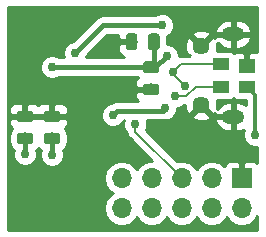
<source format=gbr>
%TF.GenerationSoftware,KiCad,Pcbnew,(5.0.0)*%
%TF.CreationDate,2019-02-19T13:30:10-06:00*%
%TF.ProjectId,USBBreakout,555342427265616B6F75742E6B696361,rev?*%
%TF.SameCoordinates,Original*%
%TF.FileFunction,Copper,L2,Bot,Signal*%
%TF.FilePolarity,Positive*%
%FSLAX46Y46*%
G04 Gerber Fmt 4.6, Leading zero omitted, Abs format (unit mm)*
G04 Created by KiCad (PCBNEW (5.0.0)) date 02/19/19 13:30:10*
%MOMM*%
%LPD*%
G01*
G04 APERTURE LIST*
%ADD10R,1.700000X1.700000*%
%ADD11O,1.700000X1.700000*%
%ADD12C,0.100000*%
%ADD13C,0.975000*%
%ADD14R,1.400000X1.200000*%
%ADD15R,1.400000X1.000000*%
%ADD16C,1.450000*%
%ADD17O,1.900000X1.200000*%
%ADD18C,0.762000*%
%ADD19C,0.381000*%
%ADD20C,0.304800*%
%ADD21C,0.203200*%
%ADD22C,0.254000*%
G04 APERTURE END LIST*
D10*
X160528000Y-95821500D03*
D11*
X160528000Y-98361500D03*
X157988000Y-95821500D03*
X157988000Y-98361500D03*
X155448000Y-95821500D03*
X155448000Y-98361500D03*
X152908000Y-95821500D03*
X152908000Y-98361500D03*
X150368000Y-95821500D03*
X150368000Y-98361500D03*
D12*
G36*
X153324642Y-85937174D02*
X153348303Y-85940684D01*
X153371507Y-85946496D01*
X153394029Y-85954554D01*
X153415653Y-85964782D01*
X153436170Y-85977079D01*
X153455383Y-85991329D01*
X153473107Y-86007393D01*
X153489171Y-86025117D01*
X153503421Y-86044330D01*
X153515718Y-86064847D01*
X153525946Y-86086471D01*
X153534004Y-86108993D01*
X153539816Y-86132197D01*
X153543326Y-86155858D01*
X153544500Y-86179750D01*
X153544500Y-86667250D01*
X153543326Y-86691142D01*
X153539816Y-86714803D01*
X153534004Y-86738007D01*
X153525946Y-86760529D01*
X153515718Y-86782153D01*
X153503421Y-86802670D01*
X153489171Y-86821883D01*
X153473107Y-86839607D01*
X153455383Y-86855671D01*
X153436170Y-86869921D01*
X153415653Y-86882218D01*
X153394029Y-86892446D01*
X153371507Y-86900504D01*
X153348303Y-86906316D01*
X153324642Y-86909826D01*
X153300750Y-86911000D01*
X152388250Y-86911000D01*
X152364358Y-86909826D01*
X152340697Y-86906316D01*
X152317493Y-86900504D01*
X152294971Y-86892446D01*
X152273347Y-86882218D01*
X152252830Y-86869921D01*
X152233617Y-86855671D01*
X152215893Y-86839607D01*
X152199829Y-86821883D01*
X152185579Y-86802670D01*
X152173282Y-86782153D01*
X152163054Y-86760529D01*
X152154996Y-86738007D01*
X152149184Y-86714803D01*
X152145674Y-86691142D01*
X152144500Y-86667250D01*
X152144500Y-86179750D01*
X152145674Y-86155858D01*
X152149184Y-86132197D01*
X152154996Y-86108993D01*
X152163054Y-86086471D01*
X152173282Y-86064847D01*
X152185579Y-86044330D01*
X152199829Y-86025117D01*
X152215893Y-86007393D01*
X152233617Y-85991329D01*
X152252830Y-85977079D01*
X152273347Y-85964782D01*
X152294971Y-85954554D01*
X152317493Y-85946496D01*
X152340697Y-85940684D01*
X152364358Y-85937174D01*
X152388250Y-85936000D01*
X153300750Y-85936000D01*
X153324642Y-85937174D01*
X153324642Y-85937174D01*
G37*
D13*
X152844500Y-86423500D03*
D12*
G36*
X153324642Y-87812174D02*
X153348303Y-87815684D01*
X153371507Y-87821496D01*
X153394029Y-87829554D01*
X153415653Y-87839782D01*
X153436170Y-87852079D01*
X153455383Y-87866329D01*
X153473107Y-87882393D01*
X153489171Y-87900117D01*
X153503421Y-87919330D01*
X153515718Y-87939847D01*
X153525946Y-87961471D01*
X153534004Y-87983993D01*
X153539816Y-88007197D01*
X153543326Y-88030858D01*
X153544500Y-88054750D01*
X153544500Y-88542250D01*
X153543326Y-88566142D01*
X153539816Y-88589803D01*
X153534004Y-88613007D01*
X153525946Y-88635529D01*
X153515718Y-88657153D01*
X153503421Y-88677670D01*
X153489171Y-88696883D01*
X153473107Y-88714607D01*
X153455383Y-88730671D01*
X153436170Y-88744921D01*
X153415653Y-88757218D01*
X153394029Y-88767446D01*
X153371507Y-88775504D01*
X153348303Y-88781316D01*
X153324642Y-88784826D01*
X153300750Y-88786000D01*
X152388250Y-88786000D01*
X152364358Y-88784826D01*
X152340697Y-88781316D01*
X152317493Y-88775504D01*
X152294971Y-88767446D01*
X152273347Y-88757218D01*
X152252830Y-88744921D01*
X152233617Y-88730671D01*
X152215893Y-88714607D01*
X152199829Y-88696883D01*
X152185579Y-88677670D01*
X152173282Y-88657153D01*
X152163054Y-88635529D01*
X152154996Y-88613007D01*
X152149184Y-88589803D01*
X152145674Y-88566142D01*
X152144500Y-88542250D01*
X152144500Y-88054750D01*
X152145674Y-88030858D01*
X152149184Y-88007197D01*
X152154996Y-87983993D01*
X152163054Y-87961471D01*
X152173282Y-87939847D01*
X152185579Y-87919330D01*
X152199829Y-87900117D01*
X152215893Y-87882393D01*
X152233617Y-87866329D01*
X152252830Y-87852079D01*
X152273347Y-87839782D01*
X152294971Y-87829554D01*
X152317493Y-87821496D01*
X152340697Y-87815684D01*
X152364358Y-87812174D01*
X152388250Y-87811000D01*
X153300750Y-87811000D01*
X153324642Y-87812174D01*
X153324642Y-87812174D01*
G37*
D13*
X152844500Y-88298500D03*
D12*
G36*
X151476142Y-83565674D02*
X151499803Y-83569184D01*
X151523007Y-83574996D01*
X151545529Y-83583054D01*
X151567153Y-83593282D01*
X151587670Y-83605579D01*
X151606883Y-83619829D01*
X151624607Y-83635893D01*
X151640671Y-83653617D01*
X151654921Y-83672830D01*
X151667218Y-83693347D01*
X151677446Y-83714971D01*
X151685504Y-83737493D01*
X151691316Y-83760697D01*
X151694826Y-83784358D01*
X151696000Y-83808250D01*
X151696000Y-84720750D01*
X151694826Y-84744642D01*
X151691316Y-84768303D01*
X151685504Y-84791507D01*
X151677446Y-84814029D01*
X151667218Y-84835653D01*
X151654921Y-84856170D01*
X151640671Y-84875383D01*
X151624607Y-84893107D01*
X151606883Y-84909171D01*
X151587670Y-84923421D01*
X151567153Y-84935718D01*
X151545529Y-84945946D01*
X151523007Y-84954004D01*
X151499803Y-84959816D01*
X151476142Y-84963326D01*
X151452250Y-84964500D01*
X150964750Y-84964500D01*
X150940858Y-84963326D01*
X150917197Y-84959816D01*
X150893993Y-84954004D01*
X150871471Y-84945946D01*
X150849847Y-84935718D01*
X150829330Y-84923421D01*
X150810117Y-84909171D01*
X150792393Y-84893107D01*
X150776329Y-84875383D01*
X150762079Y-84856170D01*
X150749782Y-84835653D01*
X150739554Y-84814029D01*
X150731496Y-84791507D01*
X150725684Y-84768303D01*
X150722174Y-84744642D01*
X150721000Y-84720750D01*
X150721000Y-83808250D01*
X150722174Y-83784358D01*
X150725684Y-83760697D01*
X150731496Y-83737493D01*
X150739554Y-83714971D01*
X150749782Y-83693347D01*
X150762079Y-83672830D01*
X150776329Y-83653617D01*
X150792393Y-83635893D01*
X150810117Y-83619829D01*
X150829330Y-83605579D01*
X150849847Y-83593282D01*
X150871471Y-83583054D01*
X150893993Y-83574996D01*
X150917197Y-83569184D01*
X150940858Y-83565674D01*
X150964750Y-83564500D01*
X151452250Y-83564500D01*
X151476142Y-83565674D01*
X151476142Y-83565674D01*
G37*
D13*
X151208500Y-84264500D03*
D12*
G36*
X153351142Y-83565674D02*
X153374803Y-83569184D01*
X153398007Y-83574996D01*
X153420529Y-83583054D01*
X153442153Y-83593282D01*
X153462670Y-83605579D01*
X153481883Y-83619829D01*
X153499607Y-83635893D01*
X153515671Y-83653617D01*
X153529921Y-83672830D01*
X153542218Y-83693347D01*
X153552446Y-83714971D01*
X153560504Y-83737493D01*
X153566316Y-83760697D01*
X153569826Y-83784358D01*
X153571000Y-83808250D01*
X153571000Y-84720750D01*
X153569826Y-84744642D01*
X153566316Y-84768303D01*
X153560504Y-84791507D01*
X153552446Y-84814029D01*
X153542218Y-84835653D01*
X153529921Y-84856170D01*
X153515671Y-84875383D01*
X153499607Y-84893107D01*
X153481883Y-84909171D01*
X153462670Y-84923421D01*
X153442153Y-84935718D01*
X153420529Y-84945946D01*
X153398007Y-84954004D01*
X153374803Y-84959816D01*
X153351142Y-84963326D01*
X153327250Y-84964500D01*
X152839750Y-84964500D01*
X152815858Y-84963326D01*
X152792197Y-84959816D01*
X152768993Y-84954004D01*
X152746471Y-84945946D01*
X152724847Y-84935718D01*
X152704330Y-84923421D01*
X152685117Y-84909171D01*
X152667393Y-84893107D01*
X152651329Y-84875383D01*
X152637079Y-84856170D01*
X152624782Y-84835653D01*
X152614554Y-84814029D01*
X152606496Y-84791507D01*
X152600684Y-84768303D01*
X152597174Y-84744642D01*
X152596000Y-84720750D01*
X152596000Y-83808250D01*
X152597174Y-83784358D01*
X152600684Y-83760697D01*
X152606496Y-83737493D01*
X152614554Y-83714971D01*
X152624782Y-83693347D01*
X152637079Y-83672830D01*
X152651329Y-83653617D01*
X152667393Y-83635893D01*
X152685117Y-83619829D01*
X152704330Y-83605579D01*
X152724847Y-83593282D01*
X152746471Y-83583054D01*
X152768993Y-83574996D01*
X152792197Y-83569184D01*
X152815858Y-83565674D01*
X152839750Y-83564500D01*
X153327250Y-83564500D01*
X153351142Y-83565674D01*
X153351142Y-83565674D01*
G37*
D13*
X153083500Y-84264500D03*
D14*
X160950000Y-86349500D03*
D15*
X160950000Y-88069500D03*
X158750000Y-88069500D03*
X158750000Y-86169500D03*
D16*
X157097000Y-89622000D03*
X157097000Y-84622000D03*
D17*
X159797000Y-90622000D03*
X159797000Y-83622000D03*
D12*
G36*
X144942642Y-90094674D02*
X144966303Y-90098184D01*
X144989507Y-90103996D01*
X145012029Y-90112054D01*
X145033653Y-90122282D01*
X145054170Y-90134579D01*
X145073383Y-90148829D01*
X145091107Y-90164893D01*
X145107171Y-90182617D01*
X145121421Y-90201830D01*
X145133718Y-90222347D01*
X145143946Y-90243971D01*
X145152004Y-90266493D01*
X145157816Y-90289697D01*
X145161326Y-90313358D01*
X145162500Y-90337250D01*
X145162500Y-90824750D01*
X145161326Y-90848642D01*
X145157816Y-90872303D01*
X145152004Y-90895507D01*
X145143946Y-90918029D01*
X145133718Y-90939653D01*
X145121421Y-90960170D01*
X145107171Y-90979383D01*
X145091107Y-90997107D01*
X145073383Y-91013171D01*
X145054170Y-91027421D01*
X145033653Y-91039718D01*
X145012029Y-91049946D01*
X144989507Y-91058004D01*
X144966303Y-91063816D01*
X144942642Y-91067326D01*
X144918750Y-91068500D01*
X144006250Y-91068500D01*
X143982358Y-91067326D01*
X143958697Y-91063816D01*
X143935493Y-91058004D01*
X143912971Y-91049946D01*
X143891347Y-91039718D01*
X143870830Y-91027421D01*
X143851617Y-91013171D01*
X143833893Y-90997107D01*
X143817829Y-90979383D01*
X143803579Y-90960170D01*
X143791282Y-90939653D01*
X143781054Y-90918029D01*
X143772996Y-90895507D01*
X143767184Y-90872303D01*
X143763674Y-90848642D01*
X143762500Y-90824750D01*
X143762500Y-90337250D01*
X143763674Y-90313358D01*
X143767184Y-90289697D01*
X143772996Y-90266493D01*
X143781054Y-90243971D01*
X143791282Y-90222347D01*
X143803579Y-90201830D01*
X143817829Y-90182617D01*
X143833893Y-90164893D01*
X143851617Y-90148829D01*
X143870830Y-90134579D01*
X143891347Y-90122282D01*
X143912971Y-90112054D01*
X143935493Y-90103996D01*
X143958697Y-90098184D01*
X143982358Y-90094674D01*
X144006250Y-90093500D01*
X144918750Y-90093500D01*
X144942642Y-90094674D01*
X144942642Y-90094674D01*
G37*
D13*
X144462500Y-90581000D03*
D12*
G36*
X144942642Y-91969674D02*
X144966303Y-91973184D01*
X144989507Y-91978996D01*
X145012029Y-91987054D01*
X145033653Y-91997282D01*
X145054170Y-92009579D01*
X145073383Y-92023829D01*
X145091107Y-92039893D01*
X145107171Y-92057617D01*
X145121421Y-92076830D01*
X145133718Y-92097347D01*
X145143946Y-92118971D01*
X145152004Y-92141493D01*
X145157816Y-92164697D01*
X145161326Y-92188358D01*
X145162500Y-92212250D01*
X145162500Y-92699750D01*
X145161326Y-92723642D01*
X145157816Y-92747303D01*
X145152004Y-92770507D01*
X145143946Y-92793029D01*
X145133718Y-92814653D01*
X145121421Y-92835170D01*
X145107171Y-92854383D01*
X145091107Y-92872107D01*
X145073383Y-92888171D01*
X145054170Y-92902421D01*
X145033653Y-92914718D01*
X145012029Y-92924946D01*
X144989507Y-92933004D01*
X144966303Y-92938816D01*
X144942642Y-92942326D01*
X144918750Y-92943500D01*
X144006250Y-92943500D01*
X143982358Y-92942326D01*
X143958697Y-92938816D01*
X143935493Y-92933004D01*
X143912971Y-92924946D01*
X143891347Y-92914718D01*
X143870830Y-92902421D01*
X143851617Y-92888171D01*
X143833893Y-92872107D01*
X143817829Y-92854383D01*
X143803579Y-92835170D01*
X143791282Y-92814653D01*
X143781054Y-92793029D01*
X143772996Y-92770507D01*
X143767184Y-92747303D01*
X143763674Y-92723642D01*
X143762500Y-92699750D01*
X143762500Y-92212250D01*
X143763674Y-92188358D01*
X143767184Y-92164697D01*
X143772996Y-92141493D01*
X143781054Y-92118971D01*
X143791282Y-92097347D01*
X143803579Y-92076830D01*
X143817829Y-92057617D01*
X143833893Y-92039893D01*
X143851617Y-92023829D01*
X143870830Y-92009579D01*
X143891347Y-91997282D01*
X143912971Y-91987054D01*
X143935493Y-91978996D01*
X143958697Y-91973184D01*
X143982358Y-91969674D01*
X144006250Y-91968500D01*
X144918750Y-91968500D01*
X144942642Y-91969674D01*
X144942642Y-91969674D01*
G37*
D13*
X144462500Y-92456000D03*
D12*
G36*
X142656642Y-91969674D02*
X142680303Y-91973184D01*
X142703507Y-91978996D01*
X142726029Y-91987054D01*
X142747653Y-91997282D01*
X142768170Y-92009579D01*
X142787383Y-92023829D01*
X142805107Y-92039893D01*
X142821171Y-92057617D01*
X142835421Y-92076830D01*
X142847718Y-92097347D01*
X142857946Y-92118971D01*
X142866004Y-92141493D01*
X142871816Y-92164697D01*
X142875326Y-92188358D01*
X142876500Y-92212250D01*
X142876500Y-92699750D01*
X142875326Y-92723642D01*
X142871816Y-92747303D01*
X142866004Y-92770507D01*
X142857946Y-92793029D01*
X142847718Y-92814653D01*
X142835421Y-92835170D01*
X142821171Y-92854383D01*
X142805107Y-92872107D01*
X142787383Y-92888171D01*
X142768170Y-92902421D01*
X142747653Y-92914718D01*
X142726029Y-92924946D01*
X142703507Y-92933004D01*
X142680303Y-92938816D01*
X142656642Y-92942326D01*
X142632750Y-92943500D01*
X141720250Y-92943500D01*
X141696358Y-92942326D01*
X141672697Y-92938816D01*
X141649493Y-92933004D01*
X141626971Y-92924946D01*
X141605347Y-92914718D01*
X141584830Y-92902421D01*
X141565617Y-92888171D01*
X141547893Y-92872107D01*
X141531829Y-92854383D01*
X141517579Y-92835170D01*
X141505282Y-92814653D01*
X141495054Y-92793029D01*
X141486996Y-92770507D01*
X141481184Y-92747303D01*
X141477674Y-92723642D01*
X141476500Y-92699750D01*
X141476500Y-92212250D01*
X141477674Y-92188358D01*
X141481184Y-92164697D01*
X141486996Y-92141493D01*
X141495054Y-92118971D01*
X141505282Y-92097347D01*
X141517579Y-92076830D01*
X141531829Y-92057617D01*
X141547893Y-92039893D01*
X141565617Y-92023829D01*
X141584830Y-92009579D01*
X141605347Y-91997282D01*
X141626971Y-91987054D01*
X141649493Y-91978996D01*
X141672697Y-91973184D01*
X141696358Y-91969674D01*
X141720250Y-91968500D01*
X142632750Y-91968500D01*
X142656642Y-91969674D01*
X142656642Y-91969674D01*
G37*
D13*
X142176500Y-92456000D03*
D12*
G36*
X142656642Y-90094674D02*
X142680303Y-90098184D01*
X142703507Y-90103996D01*
X142726029Y-90112054D01*
X142747653Y-90122282D01*
X142768170Y-90134579D01*
X142787383Y-90148829D01*
X142805107Y-90164893D01*
X142821171Y-90182617D01*
X142835421Y-90201830D01*
X142847718Y-90222347D01*
X142857946Y-90243971D01*
X142866004Y-90266493D01*
X142871816Y-90289697D01*
X142875326Y-90313358D01*
X142876500Y-90337250D01*
X142876500Y-90824750D01*
X142875326Y-90848642D01*
X142871816Y-90872303D01*
X142866004Y-90895507D01*
X142857946Y-90918029D01*
X142847718Y-90939653D01*
X142835421Y-90960170D01*
X142821171Y-90979383D01*
X142805107Y-90997107D01*
X142787383Y-91013171D01*
X142768170Y-91027421D01*
X142747653Y-91039718D01*
X142726029Y-91049946D01*
X142703507Y-91058004D01*
X142680303Y-91063816D01*
X142656642Y-91067326D01*
X142632750Y-91068500D01*
X141720250Y-91068500D01*
X141696358Y-91067326D01*
X141672697Y-91063816D01*
X141649493Y-91058004D01*
X141626971Y-91049946D01*
X141605347Y-91039718D01*
X141584830Y-91027421D01*
X141565617Y-91013171D01*
X141547893Y-90997107D01*
X141531829Y-90979383D01*
X141517579Y-90960170D01*
X141505282Y-90939653D01*
X141495054Y-90918029D01*
X141486996Y-90895507D01*
X141481184Y-90872303D01*
X141477674Y-90848642D01*
X141476500Y-90824750D01*
X141476500Y-90337250D01*
X141477674Y-90313358D01*
X141481184Y-90289697D01*
X141486996Y-90266493D01*
X141495054Y-90243971D01*
X141505282Y-90222347D01*
X141517579Y-90201830D01*
X141531829Y-90182617D01*
X141547893Y-90164893D01*
X141565617Y-90148829D01*
X141584830Y-90134579D01*
X141605347Y-90122282D01*
X141626971Y-90112054D01*
X141649493Y-90103996D01*
X141672697Y-90098184D01*
X141696358Y-90094674D01*
X141720250Y-90093500D01*
X142632750Y-90093500D01*
X142656642Y-90094674D01*
X142656642Y-90094674D01*
G37*
D13*
X142176500Y-90581000D03*
D18*
X151066500Y-87757000D03*
X148145500Y-87757000D03*
X148145500Y-85153500D03*
X146812000Y-93789500D03*
X154178000Y-85471000D03*
X144462500Y-93853000D03*
X144462500Y-86423500D03*
X142176500Y-93789500D03*
X161671000Y-92138500D03*
X154876500Y-88900000D03*
X154739473Y-86857973D03*
X155694434Y-87975120D03*
X151511000Y-91249500D03*
X153797000Y-82867500D03*
X146431000Y-85217000D03*
X149606000Y-90487500D03*
X154051000Y-89916000D03*
D19*
X153083500Y-86184500D02*
X152844500Y-86423500D01*
X153083500Y-84264500D02*
X153083500Y-86184500D01*
X152844500Y-86423500D02*
X153225500Y-86423500D01*
X153225500Y-86423500D02*
X154178000Y-85471000D01*
X144462500Y-92456000D02*
X144462500Y-93853000D01*
X144462500Y-86423500D02*
X152844500Y-86423500D01*
X142176500Y-92456000D02*
X142176500Y-93789500D01*
D20*
X161671000Y-88790500D02*
X160950000Y-88069500D01*
X161671000Y-92138500D02*
X161671000Y-88790500D01*
D21*
X155853804Y-88900000D02*
X154876500Y-88900000D01*
X158750000Y-88069500D02*
X156684304Y-88069500D01*
X156684304Y-88069500D02*
X155853804Y-88900000D01*
X154739473Y-86857973D02*
X154739473Y-87020159D01*
X154739473Y-87020159D02*
X155694434Y-87975120D01*
X155427946Y-86169500D02*
X154739473Y-86857973D01*
X158750000Y-86169500D02*
X155427946Y-86169500D01*
X155448000Y-95821500D02*
X151511000Y-91884500D01*
X151511000Y-91884500D02*
X151511000Y-91249500D01*
D19*
X153797000Y-82867500D02*
X148780500Y-82867500D01*
X148780500Y-82867500D02*
X146431000Y-85217000D01*
X153860499Y-90106501D02*
X154051000Y-89916000D01*
X149606000Y-90487500D02*
X149986999Y-90106501D01*
X149986999Y-90106501D02*
X153860499Y-90106501D01*
D22*
G36*
X161850001Y-85145024D02*
X161776310Y-85114500D01*
X161235750Y-85114500D01*
X161077000Y-85273250D01*
X161077000Y-86222500D01*
X161097000Y-86222500D01*
X161097000Y-86476500D01*
X161077000Y-86476500D01*
X161077000Y-86496500D01*
X160823000Y-86496500D01*
X160823000Y-86476500D01*
X160803000Y-86476500D01*
X160803000Y-86222500D01*
X160823000Y-86222500D01*
X160823000Y-85273250D01*
X160664250Y-85114500D01*
X160123690Y-85114500D01*
X159900630Y-85206894D01*
X159697765Y-85071343D01*
X159450000Y-85022060D01*
X158398081Y-85022060D01*
X158469312Y-84820854D01*
X158443495Y-84329055D01*
X158483920Y-84405474D01*
X158857053Y-84714390D01*
X159320000Y-84857000D01*
X159670000Y-84857000D01*
X159670000Y-83749000D01*
X159924000Y-83749000D01*
X159924000Y-84857000D01*
X160274000Y-84857000D01*
X160736947Y-84714390D01*
X161110080Y-84405474D01*
X161336592Y-83977281D01*
X161340462Y-83939609D01*
X161215731Y-83749000D01*
X159924000Y-83749000D01*
X159670000Y-83749000D01*
X158378269Y-83749000D01*
X158273576Y-83908988D01*
X158050398Y-83848207D01*
X157276605Y-84622000D01*
X157290748Y-84636143D01*
X157111143Y-84815748D01*
X157097000Y-84801605D01*
X157082858Y-84815748D01*
X156903253Y-84636143D01*
X156917395Y-84622000D01*
X156143602Y-83848207D01*
X155905247Y-83913122D01*
X155724688Y-84423146D01*
X155753051Y-84963444D01*
X155905247Y-85330878D01*
X156143600Y-85395792D01*
X156106492Y-85432900D01*
X155500486Y-85432900D01*
X155427946Y-85418471D01*
X155355405Y-85432900D01*
X155355402Y-85432900D01*
X155194000Y-85465005D01*
X155194000Y-85268905D01*
X155039324Y-84895482D01*
X154753518Y-84609676D01*
X154380095Y-84455000D01*
X154218440Y-84455000D01*
X154218440Y-83808250D01*
X154215572Y-83793833D01*
X154372518Y-83728824D01*
X154432740Y-83668602D01*
X156323207Y-83668602D01*
X157097000Y-84442395D01*
X157870793Y-83668602D01*
X157805878Y-83430247D01*
X157450374Y-83304391D01*
X158253538Y-83304391D01*
X158378269Y-83495000D01*
X159670000Y-83495000D01*
X159670000Y-82387000D01*
X159924000Y-82387000D01*
X159924000Y-83495000D01*
X161215731Y-83495000D01*
X161340462Y-83304391D01*
X161336592Y-83266719D01*
X161110080Y-82838526D01*
X160736947Y-82529610D01*
X160274000Y-82387000D01*
X159924000Y-82387000D01*
X159670000Y-82387000D01*
X159320000Y-82387000D01*
X158857053Y-82529610D01*
X158483920Y-82838526D01*
X158257408Y-83266719D01*
X158253538Y-83304391D01*
X157450374Y-83304391D01*
X157295854Y-83249688D01*
X156755556Y-83278051D01*
X156388122Y-83430247D01*
X156323207Y-83668602D01*
X154432740Y-83668602D01*
X154658324Y-83443018D01*
X154813000Y-83069595D01*
X154813000Y-82665405D01*
X154658324Y-82291982D01*
X154372518Y-82006176D01*
X153999095Y-81851500D01*
X153594905Y-81851500D01*
X153221482Y-82006176D01*
X153185658Y-82042000D01*
X148861803Y-82042000D01*
X148780500Y-82025828D01*
X148458405Y-82089896D01*
X148322189Y-82180914D01*
X148185348Y-82272348D01*
X148139293Y-82341274D01*
X146279568Y-84201000D01*
X146228905Y-84201000D01*
X145855482Y-84355676D01*
X145569676Y-84641482D01*
X145415000Y-85014905D01*
X145415000Y-85419095D01*
X145489104Y-85598000D01*
X145073842Y-85598000D01*
X145038018Y-85562176D01*
X144664595Y-85407500D01*
X144260405Y-85407500D01*
X143886982Y-85562176D01*
X143601176Y-85847982D01*
X143446500Y-86221405D01*
X143446500Y-86625595D01*
X143601176Y-86999018D01*
X143886982Y-87284824D01*
X144260405Y-87439500D01*
X144664595Y-87439500D01*
X145038018Y-87284824D01*
X145073842Y-87249000D01*
X151725733Y-87249000D01*
X151758084Y-87297416D01*
X151759267Y-87298207D01*
X151606173Y-87451302D01*
X151509500Y-87684691D01*
X151509500Y-88012750D01*
X151668250Y-88171500D01*
X152717500Y-88171500D01*
X152717500Y-88151500D01*
X152971500Y-88151500D01*
X152971500Y-88171500D01*
X152991500Y-88171500D01*
X152991500Y-88425500D01*
X152971500Y-88425500D01*
X152971500Y-88445500D01*
X152717500Y-88445500D01*
X152717500Y-88425500D01*
X151668250Y-88425500D01*
X151509500Y-88584250D01*
X151509500Y-88912309D01*
X151606173Y-89145698D01*
X151741475Y-89281001D01*
X150068300Y-89281001D01*
X149986999Y-89264829D01*
X149905697Y-89281001D01*
X149905696Y-89281001D01*
X149664905Y-89328897D01*
X149451485Y-89471500D01*
X149403905Y-89471500D01*
X149030482Y-89626176D01*
X148744676Y-89911982D01*
X148590000Y-90285405D01*
X148590000Y-90689595D01*
X148744676Y-91063018D01*
X149030482Y-91348824D01*
X149403905Y-91503500D01*
X149808095Y-91503500D01*
X150181518Y-91348824D01*
X150467324Y-91063018D01*
X150521593Y-90932001D01*
X150542802Y-90932001D01*
X150495000Y-91047405D01*
X150495000Y-91451595D01*
X150649676Y-91825018D01*
X150772588Y-91947930D01*
X150774400Y-91957040D01*
X150774400Y-91957043D01*
X150817139Y-92171906D01*
X150979942Y-92415558D01*
X151041442Y-92456651D01*
X152921291Y-94336500D01*
X152761744Y-94336500D01*
X152328582Y-94422661D01*
X151837375Y-94750875D01*
X151638000Y-95049261D01*
X151438625Y-94750875D01*
X150947418Y-94422661D01*
X150514256Y-94336500D01*
X150221744Y-94336500D01*
X149788582Y-94422661D01*
X149297375Y-94750875D01*
X148969161Y-95242082D01*
X148853908Y-95821500D01*
X148969161Y-96400918D01*
X149297375Y-96892125D01*
X149595761Y-97091500D01*
X149297375Y-97290875D01*
X148969161Y-97782082D01*
X148853908Y-98361500D01*
X148969161Y-98940918D01*
X149297375Y-99432125D01*
X149788582Y-99760339D01*
X150221744Y-99846500D01*
X150514256Y-99846500D01*
X150947418Y-99760339D01*
X151438625Y-99432125D01*
X151638000Y-99133739D01*
X151837375Y-99432125D01*
X152328582Y-99760339D01*
X152761744Y-99846500D01*
X153054256Y-99846500D01*
X153487418Y-99760339D01*
X153978625Y-99432125D01*
X154178000Y-99133739D01*
X154377375Y-99432125D01*
X154868582Y-99760339D01*
X155301744Y-99846500D01*
X155594256Y-99846500D01*
X156027418Y-99760339D01*
X156518625Y-99432125D01*
X156718000Y-99133739D01*
X156917375Y-99432125D01*
X157408582Y-99760339D01*
X157841744Y-99846500D01*
X158134256Y-99846500D01*
X158567418Y-99760339D01*
X159058625Y-99432125D01*
X159258000Y-99133739D01*
X159457375Y-99432125D01*
X159948582Y-99760339D01*
X160381744Y-99846500D01*
X160674256Y-99846500D01*
X161107418Y-99760339D01*
X161598625Y-99432125D01*
X161850000Y-99055916D01*
X161850000Y-100191500D01*
X140727500Y-100191500D01*
X140727500Y-92212250D01*
X140829060Y-92212250D01*
X140829060Y-92699750D01*
X140896898Y-93040794D01*
X141090084Y-93329916D01*
X141228771Y-93422584D01*
X141160500Y-93587405D01*
X141160500Y-93991595D01*
X141315176Y-94365018D01*
X141600982Y-94650824D01*
X141974405Y-94805500D01*
X142378595Y-94805500D01*
X142752018Y-94650824D01*
X143037824Y-94365018D01*
X143192500Y-93991595D01*
X143192500Y-93587405D01*
X143124229Y-93422584D01*
X143262916Y-93329916D01*
X143319500Y-93245232D01*
X143376084Y-93329916D01*
X143535372Y-93436349D01*
X143446500Y-93650905D01*
X143446500Y-94055095D01*
X143601176Y-94428518D01*
X143886982Y-94714324D01*
X144260405Y-94869000D01*
X144664595Y-94869000D01*
X145038018Y-94714324D01*
X145323824Y-94428518D01*
X145478500Y-94055095D01*
X145478500Y-93650905D01*
X145389628Y-93436349D01*
X145548916Y-93329916D01*
X145742102Y-93040794D01*
X145809940Y-92699750D01*
X145809940Y-92212250D01*
X145742102Y-91871206D01*
X145548916Y-91582084D01*
X145547733Y-91581293D01*
X145700827Y-91428198D01*
X145797500Y-91194809D01*
X145797500Y-90866750D01*
X145638750Y-90708000D01*
X144589500Y-90708000D01*
X144589500Y-90728000D01*
X144335500Y-90728000D01*
X144335500Y-90708000D01*
X142303500Y-90708000D01*
X142303500Y-90728000D01*
X142049500Y-90728000D01*
X142049500Y-90708000D01*
X141000250Y-90708000D01*
X140841500Y-90866750D01*
X140841500Y-91194809D01*
X140938173Y-91428198D01*
X141091267Y-91581293D01*
X141090084Y-91582084D01*
X140896898Y-91871206D01*
X140829060Y-92212250D01*
X140727500Y-92212250D01*
X140727500Y-89967191D01*
X140841500Y-89967191D01*
X140841500Y-90295250D01*
X141000250Y-90454000D01*
X142049500Y-90454000D01*
X142049500Y-89617250D01*
X142303500Y-89617250D01*
X142303500Y-90454000D01*
X144335500Y-90454000D01*
X144335500Y-89617250D01*
X144589500Y-89617250D01*
X144589500Y-90454000D01*
X145638750Y-90454000D01*
X145797500Y-90295250D01*
X145797500Y-89967191D01*
X145700827Y-89733802D01*
X145522199Y-89555173D01*
X145288810Y-89458500D01*
X144748250Y-89458500D01*
X144589500Y-89617250D01*
X144335500Y-89617250D01*
X144176750Y-89458500D01*
X143636190Y-89458500D01*
X143402801Y-89555173D01*
X143319500Y-89638474D01*
X143236199Y-89555173D01*
X143002810Y-89458500D01*
X142462250Y-89458500D01*
X142303500Y-89617250D01*
X142049500Y-89617250D01*
X141890750Y-89458500D01*
X141350190Y-89458500D01*
X141116801Y-89555173D01*
X140938173Y-89733802D01*
X140841500Y-89967191D01*
X140727500Y-89967191D01*
X140727500Y-81355000D01*
X161850001Y-81355000D01*
X161850001Y-85145024D01*
X161850001Y-85145024D01*
G37*
X161850001Y-85145024D02*
X161776310Y-85114500D01*
X161235750Y-85114500D01*
X161077000Y-85273250D01*
X161077000Y-86222500D01*
X161097000Y-86222500D01*
X161097000Y-86476500D01*
X161077000Y-86476500D01*
X161077000Y-86496500D01*
X160823000Y-86496500D01*
X160823000Y-86476500D01*
X160803000Y-86476500D01*
X160803000Y-86222500D01*
X160823000Y-86222500D01*
X160823000Y-85273250D01*
X160664250Y-85114500D01*
X160123690Y-85114500D01*
X159900630Y-85206894D01*
X159697765Y-85071343D01*
X159450000Y-85022060D01*
X158398081Y-85022060D01*
X158469312Y-84820854D01*
X158443495Y-84329055D01*
X158483920Y-84405474D01*
X158857053Y-84714390D01*
X159320000Y-84857000D01*
X159670000Y-84857000D01*
X159670000Y-83749000D01*
X159924000Y-83749000D01*
X159924000Y-84857000D01*
X160274000Y-84857000D01*
X160736947Y-84714390D01*
X161110080Y-84405474D01*
X161336592Y-83977281D01*
X161340462Y-83939609D01*
X161215731Y-83749000D01*
X159924000Y-83749000D01*
X159670000Y-83749000D01*
X158378269Y-83749000D01*
X158273576Y-83908988D01*
X158050398Y-83848207D01*
X157276605Y-84622000D01*
X157290748Y-84636143D01*
X157111143Y-84815748D01*
X157097000Y-84801605D01*
X157082858Y-84815748D01*
X156903253Y-84636143D01*
X156917395Y-84622000D01*
X156143602Y-83848207D01*
X155905247Y-83913122D01*
X155724688Y-84423146D01*
X155753051Y-84963444D01*
X155905247Y-85330878D01*
X156143600Y-85395792D01*
X156106492Y-85432900D01*
X155500486Y-85432900D01*
X155427946Y-85418471D01*
X155355405Y-85432900D01*
X155355402Y-85432900D01*
X155194000Y-85465005D01*
X155194000Y-85268905D01*
X155039324Y-84895482D01*
X154753518Y-84609676D01*
X154380095Y-84455000D01*
X154218440Y-84455000D01*
X154218440Y-83808250D01*
X154215572Y-83793833D01*
X154372518Y-83728824D01*
X154432740Y-83668602D01*
X156323207Y-83668602D01*
X157097000Y-84442395D01*
X157870793Y-83668602D01*
X157805878Y-83430247D01*
X157450374Y-83304391D01*
X158253538Y-83304391D01*
X158378269Y-83495000D01*
X159670000Y-83495000D01*
X159670000Y-82387000D01*
X159924000Y-82387000D01*
X159924000Y-83495000D01*
X161215731Y-83495000D01*
X161340462Y-83304391D01*
X161336592Y-83266719D01*
X161110080Y-82838526D01*
X160736947Y-82529610D01*
X160274000Y-82387000D01*
X159924000Y-82387000D01*
X159670000Y-82387000D01*
X159320000Y-82387000D01*
X158857053Y-82529610D01*
X158483920Y-82838526D01*
X158257408Y-83266719D01*
X158253538Y-83304391D01*
X157450374Y-83304391D01*
X157295854Y-83249688D01*
X156755556Y-83278051D01*
X156388122Y-83430247D01*
X156323207Y-83668602D01*
X154432740Y-83668602D01*
X154658324Y-83443018D01*
X154813000Y-83069595D01*
X154813000Y-82665405D01*
X154658324Y-82291982D01*
X154372518Y-82006176D01*
X153999095Y-81851500D01*
X153594905Y-81851500D01*
X153221482Y-82006176D01*
X153185658Y-82042000D01*
X148861803Y-82042000D01*
X148780500Y-82025828D01*
X148458405Y-82089896D01*
X148322189Y-82180914D01*
X148185348Y-82272348D01*
X148139293Y-82341274D01*
X146279568Y-84201000D01*
X146228905Y-84201000D01*
X145855482Y-84355676D01*
X145569676Y-84641482D01*
X145415000Y-85014905D01*
X145415000Y-85419095D01*
X145489104Y-85598000D01*
X145073842Y-85598000D01*
X145038018Y-85562176D01*
X144664595Y-85407500D01*
X144260405Y-85407500D01*
X143886982Y-85562176D01*
X143601176Y-85847982D01*
X143446500Y-86221405D01*
X143446500Y-86625595D01*
X143601176Y-86999018D01*
X143886982Y-87284824D01*
X144260405Y-87439500D01*
X144664595Y-87439500D01*
X145038018Y-87284824D01*
X145073842Y-87249000D01*
X151725733Y-87249000D01*
X151758084Y-87297416D01*
X151759267Y-87298207D01*
X151606173Y-87451302D01*
X151509500Y-87684691D01*
X151509500Y-88012750D01*
X151668250Y-88171500D01*
X152717500Y-88171500D01*
X152717500Y-88151500D01*
X152971500Y-88151500D01*
X152971500Y-88171500D01*
X152991500Y-88171500D01*
X152991500Y-88425500D01*
X152971500Y-88425500D01*
X152971500Y-88445500D01*
X152717500Y-88445500D01*
X152717500Y-88425500D01*
X151668250Y-88425500D01*
X151509500Y-88584250D01*
X151509500Y-88912309D01*
X151606173Y-89145698D01*
X151741475Y-89281001D01*
X150068300Y-89281001D01*
X149986999Y-89264829D01*
X149905697Y-89281001D01*
X149905696Y-89281001D01*
X149664905Y-89328897D01*
X149451485Y-89471500D01*
X149403905Y-89471500D01*
X149030482Y-89626176D01*
X148744676Y-89911982D01*
X148590000Y-90285405D01*
X148590000Y-90689595D01*
X148744676Y-91063018D01*
X149030482Y-91348824D01*
X149403905Y-91503500D01*
X149808095Y-91503500D01*
X150181518Y-91348824D01*
X150467324Y-91063018D01*
X150521593Y-90932001D01*
X150542802Y-90932001D01*
X150495000Y-91047405D01*
X150495000Y-91451595D01*
X150649676Y-91825018D01*
X150772588Y-91947930D01*
X150774400Y-91957040D01*
X150774400Y-91957043D01*
X150817139Y-92171906D01*
X150979942Y-92415558D01*
X151041442Y-92456651D01*
X152921291Y-94336500D01*
X152761744Y-94336500D01*
X152328582Y-94422661D01*
X151837375Y-94750875D01*
X151638000Y-95049261D01*
X151438625Y-94750875D01*
X150947418Y-94422661D01*
X150514256Y-94336500D01*
X150221744Y-94336500D01*
X149788582Y-94422661D01*
X149297375Y-94750875D01*
X148969161Y-95242082D01*
X148853908Y-95821500D01*
X148969161Y-96400918D01*
X149297375Y-96892125D01*
X149595761Y-97091500D01*
X149297375Y-97290875D01*
X148969161Y-97782082D01*
X148853908Y-98361500D01*
X148969161Y-98940918D01*
X149297375Y-99432125D01*
X149788582Y-99760339D01*
X150221744Y-99846500D01*
X150514256Y-99846500D01*
X150947418Y-99760339D01*
X151438625Y-99432125D01*
X151638000Y-99133739D01*
X151837375Y-99432125D01*
X152328582Y-99760339D01*
X152761744Y-99846500D01*
X153054256Y-99846500D01*
X153487418Y-99760339D01*
X153978625Y-99432125D01*
X154178000Y-99133739D01*
X154377375Y-99432125D01*
X154868582Y-99760339D01*
X155301744Y-99846500D01*
X155594256Y-99846500D01*
X156027418Y-99760339D01*
X156518625Y-99432125D01*
X156718000Y-99133739D01*
X156917375Y-99432125D01*
X157408582Y-99760339D01*
X157841744Y-99846500D01*
X158134256Y-99846500D01*
X158567418Y-99760339D01*
X159058625Y-99432125D01*
X159258000Y-99133739D01*
X159457375Y-99432125D01*
X159948582Y-99760339D01*
X160381744Y-99846500D01*
X160674256Y-99846500D01*
X161107418Y-99760339D01*
X161598625Y-99432125D01*
X161850000Y-99055916D01*
X161850000Y-100191500D01*
X140727500Y-100191500D01*
X140727500Y-92212250D01*
X140829060Y-92212250D01*
X140829060Y-92699750D01*
X140896898Y-93040794D01*
X141090084Y-93329916D01*
X141228771Y-93422584D01*
X141160500Y-93587405D01*
X141160500Y-93991595D01*
X141315176Y-94365018D01*
X141600982Y-94650824D01*
X141974405Y-94805500D01*
X142378595Y-94805500D01*
X142752018Y-94650824D01*
X143037824Y-94365018D01*
X143192500Y-93991595D01*
X143192500Y-93587405D01*
X143124229Y-93422584D01*
X143262916Y-93329916D01*
X143319500Y-93245232D01*
X143376084Y-93329916D01*
X143535372Y-93436349D01*
X143446500Y-93650905D01*
X143446500Y-94055095D01*
X143601176Y-94428518D01*
X143886982Y-94714324D01*
X144260405Y-94869000D01*
X144664595Y-94869000D01*
X145038018Y-94714324D01*
X145323824Y-94428518D01*
X145478500Y-94055095D01*
X145478500Y-93650905D01*
X145389628Y-93436349D01*
X145548916Y-93329916D01*
X145742102Y-93040794D01*
X145809940Y-92699750D01*
X145809940Y-92212250D01*
X145742102Y-91871206D01*
X145548916Y-91582084D01*
X145547733Y-91581293D01*
X145700827Y-91428198D01*
X145797500Y-91194809D01*
X145797500Y-90866750D01*
X145638750Y-90708000D01*
X144589500Y-90708000D01*
X144589500Y-90728000D01*
X144335500Y-90728000D01*
X144335500Y-90708000D01*
X142303500Y-90708000D01*
X142303500Y-90728000D01*
X142049500Y-90728000D01*
X142049500Y-90708000D01*
X141000250Y-90708000D01*
X140841500Y-90866750D01*
X140841500Y-91194809D01*
X140938173Y-91428198D01*
X141091267Y-91581293D01*
X141090084Y-91582084D01*
X140896898Y-91871206D01*
X140829060Y-92212250D01*
X140727500Y-92212250D01*
X140727500Y-89967191D01*
X140841500Y-89967191D01*
X140841500Y-90295250D01*
X141000250Y-90454000D01*
X142049500Y-90454000D01*
X142049500Y-89617250D01*
X142303500Y-89617250D01*
X142303500Y-90454000D01*
X144335500Y-90454000D01*
X144335500Y-89617250D01*
X144589500Y-89617250D01*
X144589500Y-90454000D01*
X145638750Y-90454000D01*
X145797500Y-90295250D01*
X145797500Y-89967191D01*
X145700827Y-89733802D01*
X145522199Y-89555173D01*
X145288810Y-89458500D01*
X144748250Y-89458500D01*
X144589500Y-89617250D01*
X144335500Y-89617250D01*
X144176750Y-89458500D01*
X143636190Y-89458500D01*
X143402801Y-89555173D01*
X143319500Y-89638474D01*
X143236199Y-89555173D01*
X143002810Y-89458500D01*
X142462250Y-89458500D01*
X142303500Y-89617250D01*
X142049500Y-89617250D01*
X141890750Y-89458500D01*
X141350190Y-89458500D01*
X141116801Y-89555173D01*
X140938173Y-89733802D01*
X140841500Y-89967191D01*
X140727500Y-89967191D01*
X140727500Y-81355000D01*
X161850001Y-81355000D01*
X161850001Y-85145024D01*
G36*
X160002235Y-89167657D02*
X160250000Y-89216940D01*
X160883601Y-89216940D01*
X160883601Y-89651024D01*
X160736947Y-89529610D01*
X160274000Y-89387000D01*
X159924000Y-89387000D01*
X159924000Y-90495000D01*
X159944000Y-90495000D01*
X159944000Y-90749000D01*
X159924000Y-90749000D01*
X159924000Y-91857000D01*
X160274000Y-91857000D01*
X160736947Y-91714390D01*
X160752187Y-91701772D01*
X160655000Y-91936405D01*
X160655000Y-92340595D01*
X160809676Y-92714018D01*
X161095482Y-92999824D01*
X161468905Y-93154500D01*
X161850000Y-93154500D01*
X161850000Y-94545475D01*
X161737699Y-94433173D01*
X161504310Y-94336500D01*
X160813750Y-94336500D01*
X160655000Y-94495250D01*
X160655000Y-95694500D01*
X160675000Y-95694500D01*
X160675000Y-95948500D01*
X160655000Y-95948500D01*
X160655000Y-95968500D01*
X160401000Y-95968500D01*
X160401000Y-95948500D01*
X160381000Y-95948500D01*
X160381000Y-95694500D01*
X160401000Y-95694500D01*
X160401000Y-94495250D01*
X160242250Y-94336500D01*
X159551690Y-94336500D01*
X159318301Y-94433173D01*
X159139673Y-94611802D01*
X159073096Y-94772533D01*
X159058625Y-94750875D01*
X158567418Y-94422661D01*
X158134256Y-94336500D01*
X157841744Y-94336500D01*
X157408582Y-94422661D01*
X156917375Y-94750875D01*
X156718000Y-95049261D01*
X156518625Y-94750875D01*
X156027418Y-94422661D01*
X155594256Y-94336500D01*
X155301744Y-94336500D01*
X155053991Y-94385781D01*
X152407736Y-91739526D01*
X152527000Y-91451595D01*
X152527000Y-91047405D01*
X152479198Y-90932001D01*
X153779198Y-90932001D01*
X153860499Y-90948173D01*
X153941800Y-90932001D01*
X153941802Y-90932001D01*
X153941807Y-90932000D01*
X154253095Y-90932000D01*
X154626518Y-90777324D01*
X154828444Y-90575398D01*
X156323207Y-90575398D01*
X156388122Y-90813753D01*
X156898146Y-90994312D01*
X157438444Y-90965949D01*
X157502034Y-90939609D01*
X158253538Y-90939609D01*
X158257408Y-90977281D01*
X158483920Y-91405474D01*
X158857053Y-91714390D01*
X159320000Y-91857000D01*
X159670000Y-91857000D01*
X159670000Y-90749000D01*
X158378269Y-90749000D01*
X158253538Y-90939609D01*
X157502034Y-90939609D01*
X157805878Y-90813753D01*
X157870793Y-90575398D01*
X157097000Y-89801605D01*
X156323207Y-90575398D01*
X154828444Y-90575398D01*
X154912324Y-90491518D01*
X155067000Y-90118095D01*
X155067000Y-89916000D01*
X155078595Y-89916000D01*
X155452018Y-89761324D01*
X155576742Y-89636600D01*
X155735893Y-89636600D01*
X155753051Y-89963444D01*
X155905247Y-90330878D01*
X156143602Y-90395793D01*
X156917395Y-89622000D01*
X156903253Y-89607858D01*
X157082858Y-89428253D01*
X157097000Y-89442395D01*
X157111143Y-89428253D01*
X157290748Y-89607858D01*
X157276605Y-89622000D01*
X158050398Y-90395793D01*
X158273576Y-90335012D01*
X158378269Y-90495000D01*
X159670000Y-90495000D01*
X159670000Y-89387000D01*
X159320000Y-89387000D01*
X158857053Y-89529610D01*
X158483920Y-89838526D01*
X158420842Y-89957768D01*
X158469312Y-89820854D01*
X158440949Y-89280556D01*
X158414598Y-89216940D01*
X159450000Y-89216940D01*
X159697765Y-89167657D01*
X159850000Y-89065936D01*
X160002235Y-89167657D01*
X160002235Y-89167657D01*
G37*
X160002235Y-89167657D02*
X160250000Y-89216940D01*
X160883601Y-89216940D01*
X160883601Y-89651024D01*
X160736947Y-89529610D01*
X160274000Y-89387000D01*
X159924000Y-89387000D01*
X159924000Y-90495000D01*
X159944000Y-90495000D01*
X159944000Y-90749000D01*
X159924000Y-90749000D01*
X159924000Y-91857000D01*
X160274000Y-91857000D01*
X160736947Y-91714390D01*
X160752187Y-91701772D01*
X160655000Y-91936405D01*
X160655000Y-92340595D01*
X160809676Y-92714018D01*
X161095482Y-92999824D01*
X161468905Y-93154500D01*
X161850000Y-93154500D01*
X161850000Y-94545475D01*
X161737699Y-94433173D01*
X161504310Y-94336500D01*
X160813750Y-94336500D01*
X160655000Y-94495250D01*
X160655000Y-95694500D01*
X160675000Y-95694500D01*
X160675000Y-95948500D01*
X160655000Y-95948500D01*
X160655000Y-95968500D01*
X160401000Y-95968500D01*
X160401000Y-95948500D01*
X160381000Y-95948500D01*
X160381000Y-95694500D01*
X160401000Y-95694500D01*
X160401000Y-94495250D01*
X160242250Y-94336500D01*
X159551690Y-94336500D01*
X159318301Y-94433173D01*
X159139673Y-94611802D01*
X159073096Y-94772533D01*
X159058625Y-94750875D01*
X158567418Y-94422661D01*
X158134256Y-94336500D01*
X157841744Y-94336500D01*
X157408582Y-94422661D01*
X156917375Y-94750875D01*
X156718000Y-95049261D01*
X156518625Y-94750875D01*
X156027418Y-94422661D01*
X155594256Y-94336500D01*
X155301744Y-94336500D01*
X155053991Y-94385781D01*
X152407736Y-91739526D01*
X152527000Y-91451595D01*
X152527000Y-91047405D01*
X152479198Y-90932001D01*
X153779198Y-90932001D01*
X153860499Y-90948173D01*
X153941800Y-90932001D01*
X153941802Y-90932001D01*
X153941807Y-90932000D01*
X154253095Y-90932000D01*
X154626518Y-90777324D01*
X154828444Y-90575398D01*
X156323207Y-90575398D01*
X156388122Y-90813753D01*
X156898146Y-90994312D01*
X157438444Y-90965949D01*
X157502034Y-90939609D01*
X158253538Y-90939609D01*
X158257408Y-90977281D01*
X158483920Y-91405474D01*
X158857053Y-91714390D01*
X159320000Y-91857000D01*
X159670000Y-91857000D01*
X159670000Y-90749000D01*
X158378269Y-90749000D01*
X158253538Y-90939609D01*
X157502034Y-90939609D01*
X157805878Y-90813753D01*
X157870793Y-90575398D01*
X157097000Y-89801605D01*
X156323207Y-90575398D01*
X154828444Y-90575398D01*
X154912324Y-90491518D01*
X155067000Y-90118095D01*
X155067000Y-89916000D01*
X155078595Y-89916000D01*
X155452018Y-89761324D01*
X155576742Y-89636600D01*
X155735893Y-89636600D01*
X155753051Y-89963444D01*
X155905247Y-90330878D01*
X156143602Y-90395793D01*
X156917395Y-89622000D01*
X156903253Y-89607858D01*
X157082858Y-89428253D01*
X157097000Y-89442395D01*
X157111143Y-89428253D01*
X157290748Y-89607858D01*
X157276605Y-89622000D01*
X158050398Y-90395793D01*
X158273576Y-90335012D01*
X158378269Y-90495000D01*
X159670000Y-90495000D01*
X159670000Y-89387000D01*
X159320000Y-89387000D01*
X158857053Y-89529610D01*
X158483920Y-89838526D01*
X158420842Y-89957768D01*
X158469312Y-89820854D01*
X158440949Y-89280556D01*
X158414598Y-89216940D01*
X159450000Y-89216940D01*
X159697765Y-89167657D01*
X159850000Y-89065936D01*
X160002235Y-89167657D01*
G36*
X150086000Y-83978750D02*
X150244750Y-84137500D01*
X151081500Y-84137500D01*
X151081500Y-84117500D01*
X151335500Y-84117500D01*
X151335500Y-84137500D01*
X151355500Y-84137500D01*
X151355500Y-84391500D01*
X151335500Y-84391500D01*
X151335500Y-84411500D01*
X151081500Y-84411500D01*
X151081500Y-84391500D01*
X150244750Y-84391500D01*
X150086000Y-84550250D01*
X150086000Y-85090810D01*
X150182673Y-85324199D01*
X150361302Y-85502827D01*
X150591070Y-85598000D01*
X147372896Y-85598000D01*
X147447000Y-85419095D01*
X147447000Y-85368432D01*
X149122433Y-83693000D01*
X150086000Y-83693000D01*
X150086000Y-83978750D01*
X150086000Y-83978750D01*
G37*
X150086000Y-83978750D02*
X150244750Y-84137500D01*
X151081500Y-84137500D01*
X151081500Y-84117500D01*
X151335500Y-84117500D01*
X151335500Y-84137500D01*
X151355500Y-84137500D01*
X151355500Y-84391500D01*
X151335500Y-84391500D01*
X151335500Y-84411500D01*
X151081500Y-84411500D01*
X151081500Y-84391500D01*
X150244750Y-84391500D01*
X150086000Y-84550250D01*
X150086000Y-85090810D01*
X150182673Y-85324199D01*
X150361302Y-85502827D01*
X150591070Y-85598000D01*
X147372896Y-85598000D01*
X147447000Y-85419095D01*
X147447000Y-85368432D01*
X149122433Y-83693000D01*
X150086000Y-83693000D01*
X150086000Y-83978750D01*
M02*

</source>
